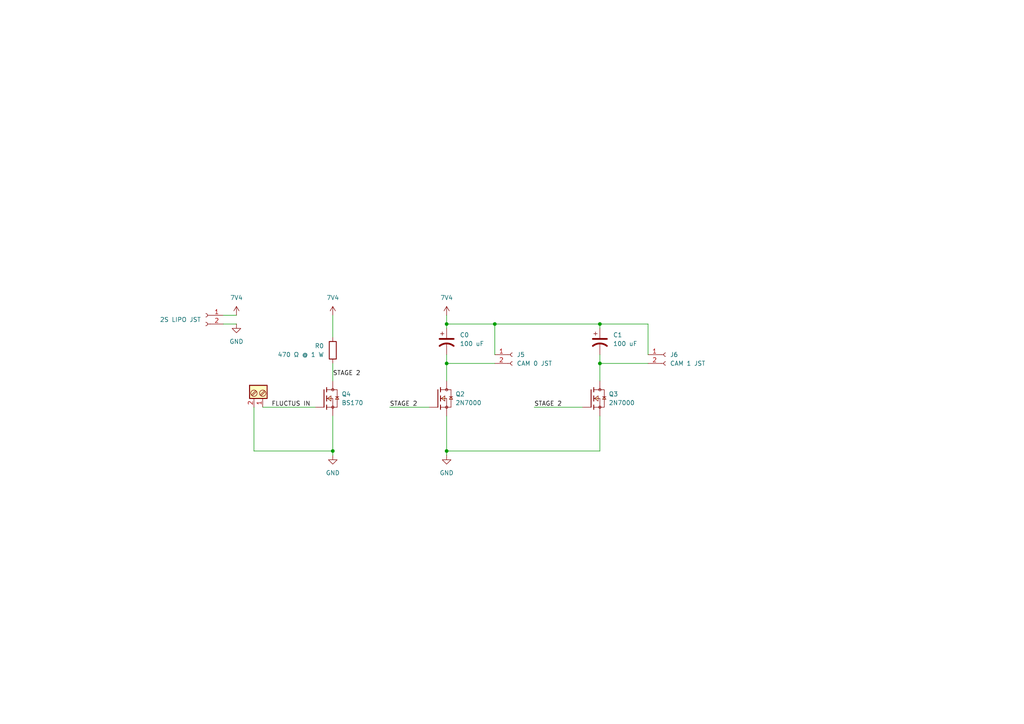
<source format=kicad_sch>
(kicad_sch (version 20250114) (generator "eeschema") (generator_version "9.0")
  (paper "A4")
  (lib_symbols
    (symbol "2N7000:2N7000" (pin_numbers (hide yes)) (pin_names (offset 1.016) (hide yes))
      (property "Reference" "Q" (at -8.89 2.54 0))
      (property "Value" "2N7000" (at -8.89 -7.62 0))
      (symbol "2N7000_0_0"
        (polyline (pts (xy 0 2.54) (xy 0 -2.54)) (stroke (width 0.254)))
        (polyline (pts (xy 0.762 3.175) (xy 0.762 2.54)) (stroke (width 0.254)))
        (polyline (pts (xy 0.762 2.54) (xy 0.762 1.905)) (stroke (width 0.254)))
        (polyline (pts (xy 0.762 2.54) (xy 3.81 2.54)) (stroke (width 0.1524)))
        (polyline (pts (xy 0.762 0.762) (xy 0.762 0)) (stroke (width 0.254)))
        (polyline (pts (xy 0.762 0) (xy 0.762 -0.762)) (stroke (width 0.254)))
        (polyline (pts (xy 0.762 0) (xy 2.54 0)) (stroke (width 0.1524)))
        (polyline (pts (xy 0.762 -1.905) (xy 0.762 -2.54)) (stroke (width 0.254)))
        (polyline (pts (xy 0.762 -2.54) (xy 0.762 -3.175)) (stroke (width 0.254)))
        (polyline (pts (xy 1.016 0) (xy 2.032 0.762) (xy 2.032 -0.762) (xy 1.016 0)) (stroke (width 0.1524)) (fill (type background)))
        (circle (center 2.54 2.54) (radius 0.3556))
        (polyline (pts (xy 2.54 0) (xy 2.54 -2.54)) (stroke (width 0.1524)))
        (polyline (pts (xy 2.54 -2.54) (xy 0.762 -2.54)) (stroke (width 0.1524)))
        (polyline (pts (xy 2.54 -2.54) (xy 3.81 -2.54)) (stroke (width 0.1524)))
        (circle (center 2.54 -2.54) (radius 0.3556))
        (polyline (pts (xy 3.81 2.54) (xy 3.81 0.508)) (stroke (width 0.1524)))
        (polyline (pts (xy 3.81 0.508) (xy 3.302 0.508)) (stroke (width 0.1524)))
        (polyline (pts (xy 3.81 0.508) (xy 3.81 -2.54)) (stroke (width 0.1524)))
        (polyline (pts (xy 3.81 0.508) (xy 3.302 -0.254) (xy 4.318 -0.254) (xy 3.81 0.508)) (stroke (width 0.1524)) (fill (type background)))
        (polyline (pts (xy 4.318 0.508) (xy 3.81 0.508)) (stroke (width 0.1524)))
        (pin passive line (at -2.54 -2.54 0) (length 2.54) (name "~") (number "2"))
        (pin passive line (at 2.54 5.08 270) (length 2.54) (name "~") (number "3"))
        (pin passive line (at 2.54 -5.08 90) (length 2.54) (name "~") (number "1"))
      )
    )
    (symbol "Connector:Conn_01x02_Socket" (pin_names (offset 1.016) (hide yes))
      (property "Reference" "J" (at 0 2.54 0))
      (property "Value" "Conn_01x02_Socket" (at 0 -5.08 0))
      (symbol "Conn_01x02_Socket_1_1"
        (polyline (pts (xy -1.27 0) (xy -0.508 0)) (stroke (width 0.1524)))
        (polyline (pts (xy -1.27 -2.54) (xy -0.508 -2.54)) (stroke (width 0.1524)))
        (arc (start 0 -0.508) (mid -0.5058 0) (end 0 0.508) (stroke (width 0.1524)))
        (arc (start 0 -3.048) (mid -0.5058 -2.54) (end 0 -2.032) (stroke (width 0.1524)))
        (pin passive line (at -5.08 0 0) (length 3.81) (name "Pin_1") (number "1"))
        (pin passive line (at -5.08 -2.54 0) (length 3.81) (name "Pin_2") (number "2"))
      )
    )
    (symbol "Device:C_Polarized_US" (pin_numbers (hide yes)) (pin_names (offset 0.254) (hide yes))
      (property "Reference" "C" (at 0.635 2.54 0))
      (property "Value" "C_Polarized_US" (at 0.635 -2.54 0))
      (symbol "C_Polarized_US_0_1"
        (polyline (pts (xy -2.032 0.762) (xy 2.032 0.762)) (stroke (width 0.508)))
        (polyline (pts (xy -1.778 2.286) (xy -0.762 2.286)))
        (polyline (pts (xy -1.27 1.778) (xy -1.27 2.794)))
        (arc (start -2.032 -1.27) (mid 0 -0.5572) (end 2.032 -1.27) (stroke (width 0.508)))
      )
      (symbol "C_Polarized_US_1_1"
        (pin passive line (at 0 3.81 270) (length 2.794) (name "~") (number "1"))
        (pin passive line (at 0 -3.81 90) (length 3.302) (name "~") (number "2"))
      )
    )
    (symbol "Device:R" (pin_numbers (hide yes)) (pin_names (offset 0))
      (property "Reference" "R" (at 2.032 0 90))
      (property "Value" "R" (at 0 0 90))
      (symbol "R_0_1"
        (rectangle (start -1.016 -2.54) (end 1.016 2.54) (stroke (width 0.254)))
      )
      (symbol "R_1_1"
        (pin passive line (at 0 3.81 270) (length 1.27) (name "~") (number "1"))
        (pin passive line (at 0 -3.81 90) (length 1.27) (name "~") (number "2"))
      )
    )
    (symbol "SL_Screw_Terminal:Screw_Terminal_2_P3.50mm"
      (property "Reference" "J" (at 0 3.81 0))
      (property "Value" "Screw_Terminal_2_P3.50mm" (at 0 -3.81 0))
      (symbol "Screw_Terminal_2_P3.50mm_0_1"
        (rectangle (start -1.27 2.54) (end 2.54 -2.54) (stroke (width 0.3)) (fill (type background)))
        (polyline (pts (xy -0.254 0.508) (xy 1.016 1.778)))
        (polyline (pts (xy -0.254 -2.032) (xy 1.016 -0.762)))
        (polyline (pts (xy 0 1.27) (xy -0.508 0.762) (xy 0.762 2.032)))
        (polyline (pts (xy 0 -1.27) (xy -0.508 -1.778) (xy 0.762 -0.508)))
        (circle (center 0.254 1.27) (radius 0.9158))
        (circle (center 0.254 -1.27) (radius 0.9158))
      )
      (symbol "Screw_Terminal_2_P3.50mm_1_1"
        (pin passive line (at -3.81 1.27 0) (length 2.54) (name "") (number "1"))
        (pin passive line (at -3.81 -1.27 0) (length 2.54) (name "") (number "2"))
      )
    )
    (symbol "power:+12V" (power) (pin_numbers (hide yes)) (pin_names (offset 0) (hide yes))
      (property "Value" "+12V" (at 0 3.556 0))
      (symbol "+12V_0_1"
        (polyline (pts (xy -0.762 1.27) (xy 0 2.54)))
        (polyline (pts (xy 0 2.54) (xy 0.762 1.27)))
        (polyline (pts (xy 0 0) (xy 0 2.54)))
      )
      (symbol "+12V_1_1"
        (pin power_in line (at 0 0 90) (length 0) (name "~") (number "1"))
      )
    )
    (symbol "power:GND" (power) (pin_numbers (hide yes)) (pin_names (offset 0) (hide yes))
      (property "Value" "GND" (at 0 -3.81 0))
      (symbol "GND_0_1"
        (polyline (pts (xy 0 0) (xy 0 -1.27) (xy 1.27 -1.27) (xy 0 -2.54) (xy -1.27 -1.27) (xy 0 -1.27)))
      )
      (symbol "GND_1_1"
        (pin power_in line (at 0 0 270) (length 0) (name "~") (number "1"))
      )
    )
  )
  (junction (at 143.51 93.98))
  (junction (at 173.99 93.98))
  (junction (at 129.54 93.98))
  (junction (at 129.54 130.81))
  (junction (at 173.99 105.41))
  (junction (at 96.52 130.81))
  (junction (at 129.54 105.41))
  (wire (pts (xy 73.66 118.11) (xy 73.66 130.81)))
  (wire (pts (xy 73.66 130.81) (xy 96.52 130.81)))
  (wire (pts (xy 129.54 105.41) (xy 129.54 110.49)))
  (wire (pts (xy 129.54 130.81) (xy 129.54 132.08)))
  (wire (pts (xy 129.54 130.81) (xy 173.99 130.81)))
  (wire (pts (xy 64.77 93.98) (xy 68.58 93.98)))
  (wire (pts (xy 154.94 118.11) (xy 168.91 118.11)))
  (wire (pts (xy 173.99 130.81) (xy 173.99 120.65)))
  (wire (pts (xy 129.54 95.25) (xy 129.54 93.98)))
  (wire (pts (xy 76.2 118.11) (xy 91.44 118.11)))
  (wire (pts (xy 173.99 95.25) (xy 173.99 93.98)))
  (wire (pts (xy 96.52 91.44) (xy 96.52 97.79)))
  (wire (pts (xy 173.99 105.41) (xy 173.99 110.49)))
  (wire (pts (xy 143.51 102.87) (xy 143.51 93.98)))
  (wire (pts (xy 187.96 102.87) (xy 187.96 93.98)))
  (wire (pts (xy 143.51 105.41) (xy 129.54 105.41)))
  (wire (pts (xy 129.54 130.81) (xy 129.54 120.65)))
  (wire (pts (xy 113.03 118.11) (xy 124.46 118.11)))
  (wire (pts (xy 173.99 102.87) (xy 173.99 105.41)))
  (wire (pts (xy 129.54 91.44) (xy 129.54 93.98)))
  (wire (pts (xy 96.52 105.41) (xy 96.52 110.49)))
  (wire (pts (xy 173.99 93.98) (xy 187.96 93.98)))
  (wire (pts (xy 96.52 120.65) (xy 96.52 130.81)))
  (wire (pts (xy 96.52 130.81) (xy 96.52 132.08)))
  (wire (pts (xy 187.96 105.41) (xy 173.99 105.41)))
  (wire (pts (xy 64.77 91.44) (xy 68.58 91.44)))
  (wire (pts (xy 143.51 93.98) (xy 173.99 93.98)))
  (wire (pts (xy 129.54 102.87) (xy 129.54 105.41)))
  (wire (pts (xy 129.54 93.98) (xy 143.51 93.98)))
  (label "STAGE 2" (at 154.94 118.11 0))
  (label "STAGE 2" (at 96.52 109.22 0))
  (label "FLUCTUS IN" (at 78.74 118.11 0))
  (label "STAGE 2" (at 113.03 118.11 0))
  (symbol (lib_id "Connector:Conn_01x02_Socket") (at 193.04 102.87 0) (unit 1)
    (property "Reference" "J6" (at 194.31 102.8699 0) (effects (justify left)))
    (property "Value" "CAM 1 JST" (at 194.31 105.4099 0) (effects (justify left)))
    (property "Footprint" "Connector_JST:JST_EH_B2B-EH-A_1x02_P2.50mm_Vertical" (effects (hide yes)))
    (property "Description" "Generic connector, single row, 01x02, script generated" (effects (hide yes)))
  )
  (symbol (lib_id "SL_Screw_Terminal:Screw_Terminal_2_P3.50mm") (at 74.93 114.3 270) (mirror x) (unit 1)
    (property "Reference" "J2" (effects (hide yes)))
    (property "Value" "Screw_Terminal_2_P2.54mm" (effects (hide yes)))
    (property "Footprint" "TerminalBlock_Phoenix:TerminalBlock_Phoenix_MPT-0,5-2-2.54_1x02_P2.54mm_Horizontal" (effects (hide yes)))
  )
  (symbol (lib_id "Device:C_Polarized_US") (at 173.99 99.06 0) (unit 1)
    (property "Reference" "C1" (at 177.8 97.1549 0) (effects (justify left)))
    (property "Value" "100 uF" (at 177.8 99.6949 0) (effects (justify left)))
    (property "Footprint" "Capacitor_THT:CP_Radial_D7.5mm_P2.50mm" (effects (hide yes)))
    (property "Description" "Polarized capacitor, US symbol" (effects (hide yes)))
  )
  (symbol (lib_id "power:GND") (at 68.58 93.98 0) (unit 1)
    (property "Reference" "#PWR01" (effects (hide yes)))
    (property "Value" "GND" (at 68.58 99.06 0))
    (property "Description" "Power symbol creates a global label with name \"GND\" , ground" (effects (hide yes)))
  )
  (symbol (lib_id "2N7000:2N7000") (at 171.45 115.57 0) (unit 1)
    (property "Reference" "Q3" (at 176.53 114.2999 0) (effects (justify left)))
    (property "Value" "2N7000" (at 176.53 116.8399 0) (effects (justify left)))
    (property "Footprint" "Package_TO_SOT_THT:TO-92_HandSolder" (effects (hide yes)))
    (property "MF" "STMicroelectronics" (effects (hide yes)))
    (property "MAXIMUM_PACKAGE_HEIGHT" "7.5mm" (effects (hide yes)))
    (property "Package" "Package" (effects (hide yes)))
    (property "Price" "None" (effects (hide yes)))
    (property "Check_prices" "https://www.snapeda.com/parts/2N7000/STMicroelectronics/view-part/?ref=eda" (effects (hide yes)))
    (property "STANDARD" "IPC 7351B" (effects (hide yes)))
    (property "PARTREV" "2024-07-16" (effects (hide yes)))
    (property "SnapEDA_Link" "https://www.snapeda.com/parts/2N7000/STMicroelectronics/view-part/?ref=snap" (effects (hide yes)))
    (property "MP" "2N7000" (effects (hide yes)))
    (property "Description_1" "\\n                        \\n                            N-Channel 60 V 350mA (Tc) 1W (Tc) Through Hole TO-92-3\\n                        \\n" (effects (hide yes)))
    (property "Availability" "In Stock" (effects (hide yes)))
    (property "MANUFACTURER" "Diotec Semiconductor" (effects (hide yes)))
  )
  (symbol (lib_id "Device:R") (at 96.52 101.6 0) (mirror x) (unit 1)
    (property "Reference" "R0" (at 93.98 100.3299 0) (effects (justify right)))
    (property "Value" "470 Ω @ 1 W" (at 93.98 102.8699 0) (effects (justify right)))
    (property "Footprint" "Resistor_THT:R_Axial_DIN0414_L11.9mm_D4.5mm_P15.24mm_Horizontal" (effects (hide yes)))
    (property "Description" "Resistor" (effects (hide yes)))
  )
  (symbol (lib_id "power:GND") (at 129.54 132.08 0) (unit 1)
    (property "Reference" "#PWR02" (effects (hide yes)))
    (property "Value" "GND" (at 129.54 137.16 0))
    (property "Description" "Power symbol creates a global label with name \"GND\" , ground" (effects (hide yes)))
  )
  (symbol (lib_id "Connector:Conn_01x02_Socket") (at 148.59 102.87 0) (unit 1)
    (property "Reference" "J5" (at 149.86 102.8699 0) (effects (justify left)))
    (property "Value" "CAM 0 JST" (at 149.86 105.4099 0) (effects (justify left)))
    (property "Footprint" "Connector_JST:JST_EH_B2B-EH-A_1x02_P2.50mm_Vertical" (effects (hide yes)))
    (property "Description" "Generic connector, single row, 01x02, script generated" (effects (hide yes)))
  )
  (symbol (lib_id "power:+12V") (at 68.58 91.44 0) (unit 1)
    (property "Reference" "#PWR05" (effects (hide yes)))
    (property "Value" "7V4" (at 68.58 86.36 0))
    (property "Description" "Power symbol creates a global label with name \"+12V\"" (effects (hide yes)))
  )
  (symbol (lib_id "power:+12V") (at 96.52 91.44 0) (unit 1)
    (property "Reference" "#PWR03" (effects (hide yes)))
    (property "Value" "7V4" (at 96.52 86.36 0))
    (property "Description" "Power symbol creates a global label with name \"+12V\"" (effects (hide yes)))
  )
  (symbol (lib_id "power:+12V") (at 129.54 91.44 0) (unit 1)
    (property "Reference" "#PWR06" (effects (hide yes)))
    (property "Value" "7V4" (at 129.54 86.36 0))
    (property "Description" "Power symbol creates a global label with name \"+12V\"" (effects (hide yes)))
  )
  (symbol (lib_id "2N7000:2N7000") (at 93.98 115.57 0) (unit 1)
    (property "Reference" "Q4" (at 99.06 114.2999 0) (effects (justify left)))
    (property "Value" "BS170" (at 99.06 116.8399 0) (effects (justify left)))
    (property "Footprint" "Package_TO_SOT_THT:TO-92_HandSolder" (effects (hide yes)))
    (property "MF" "STMicroelectronics" (effects (hide yes)))
    (property "MAXIMUM_PACKAGE_HEIGHT" "7.5mm" (effects (hide yes)))
    (property "Package" "Package" (effects (hide yes)))
    (property "Price" "None" (effects (hide yes)))
    (property "Check_prices" "https://www.snapeda.com/parts/2N7000/STMicroelectronics/view-part/?ref=eda" (effects (hide yes)))
    (property "STANDARD" "IPC 7351B" (effects (hide yes)))
    (property "PARTREV" "2024-07-16" (effects (hide yes)))
    (property "SnapEDA_Link" "https://www.snapeda.com/parts/2N7000/STMicroelectronics/view-part/?ref=snap" (effects (hide yes)))
    (property "MP" "2N7000" (effects (hide yes)))
    (property "Description_1" "\\n                        \\n                            N-Channel 60 V 350mA (Tc) 1W (Tc) Through Hole TO-92-3\\n                        \\n" (effects (hide yes)))
    (property "Availability" "In Stock" (effects (hide yes)))
    (property "MANUFACTURER" "Diotec Semiconductor" (effects (hide yes)))
  )
  (symbol (lib_id "power:GND") (at 96.52 132.08 0) (unit 1)
    (property "Reference" "#PWR04" (effects (hide yes)))
    (property "Value" "GND" (at 96.52 137.16 0))
    (property "Description" "Power symbol creates a global label with name \"GND\" , ground" (effects (hide yes)))
  )
  (symbol (lib_id "Connector:Conn_01x02_Socket") (at 59.69 91.44 0) (mirror y) (unit 1)
    (property "Reference" "J4" (effects (hide yes)))
    (property "Value" "2S LIPO JST" (at 52.324 92.71 0))
    (property "Footprint" "Connector_JST:JST_EH_B2B-EH-A_1x02_P2.50mm_Vertical" (effects (hide yes)))
    (property "Description" "Generic connector, single row, 01x02, script generated" (effects (hide yes)))
  )
  (symbol (lib_id "Device:C_Polarized_US") (at 129.54 99.06 0) (unit 1)
    (property "Reference" "C0" (at 133.35 97.1549 0) (effects (justify left)))
    (property "Value" "100 uF" (at 133.35 99.6949 0) (effects (justify left)))
    (property "Footprint" "Capacitor_THT:CP_Radial_D7.5mm_P2.50mm" (effects (hide yes)))
    (property "Description" "Polarized capacitor, US symbol" (effects (hide yes)))
  )
  (symbol (lib_id "2N7000:2N7000") (at 127 115.57 0) (unit 1)
    (property "Reference" "Q2" (at 132.08 114.2999 0) (effects (justify left)))
    (property "Value" "2N7000" (at 132.08 116.8399 0) (effects (justify left)))
    (property "Footprint" "Package_TO_SOT_THT:TO-92_HandSolder" (effects (hide yes)))
    (property "MF" "STMicroelectronics" (effects (hide yes)))
    (property "MAXIMUM_PACKAGE_HEIGHT" "7.5mm" (effects (hide yes)))
    (property "Package" "Package" (effects (hide yes)))
    (property "Price" "None" (effects (hide yes)))
    (property "Check_prices" "https://www.snapeda.com/parts/2N7000/STMicroelectronics/view-part/?ref=eda" (effects (hide yes)))
    (property "STANDARD" "IPC 7351B" (effects (hide yes)))
    (property "PARTREV" "2024-07-16" (effects (hide yes)))
    (property "SnapEDA_Link" "https://www.snapeda.com/parts/2N7000/STMicroelectronics/view-part/?ref=snap" (effects (hide yes)))
    (property "MP" "2N7000" (effects (hide yes)))
    (property "Description_1" "\\n                        \\n                            N-Channel 60 V 350mA (Tc) 1W (Tc) Through Hole TO-92-3\\n                        \\n" (effects (hide yes)))
    (property "Availability" "In Stock" (effects (hide yes)))
    (property "MANUFACTURER" "Diotec Semiconductor" (effects (hide yes)))
  )
)
</source>
